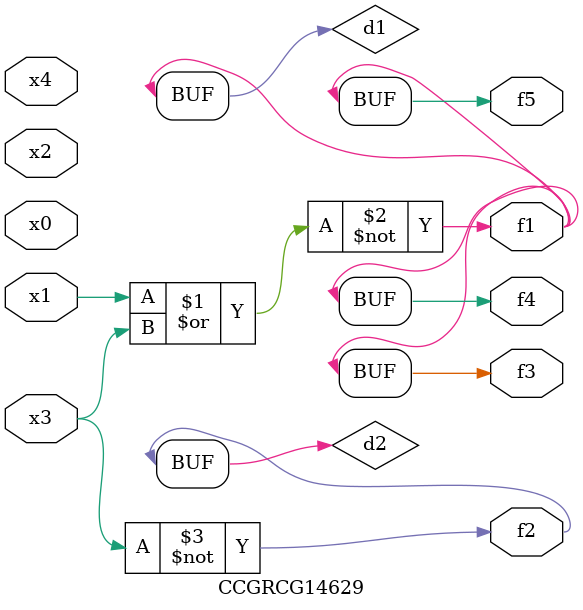
<source format=v>
module CCGRCG14629(
	input x0, x1, x2, x3, x4,
	output f1, f2, f3, f4, f5
);

	wire d1, d2;

	nor (d1, x1, x3);
	not (d2, x3);
	assign f1 = d1;
	assign f2 = d2;
	assign f3 = d1;
	assign f4 = d1;
	assign f5 = d1;
endmodule

</source>
